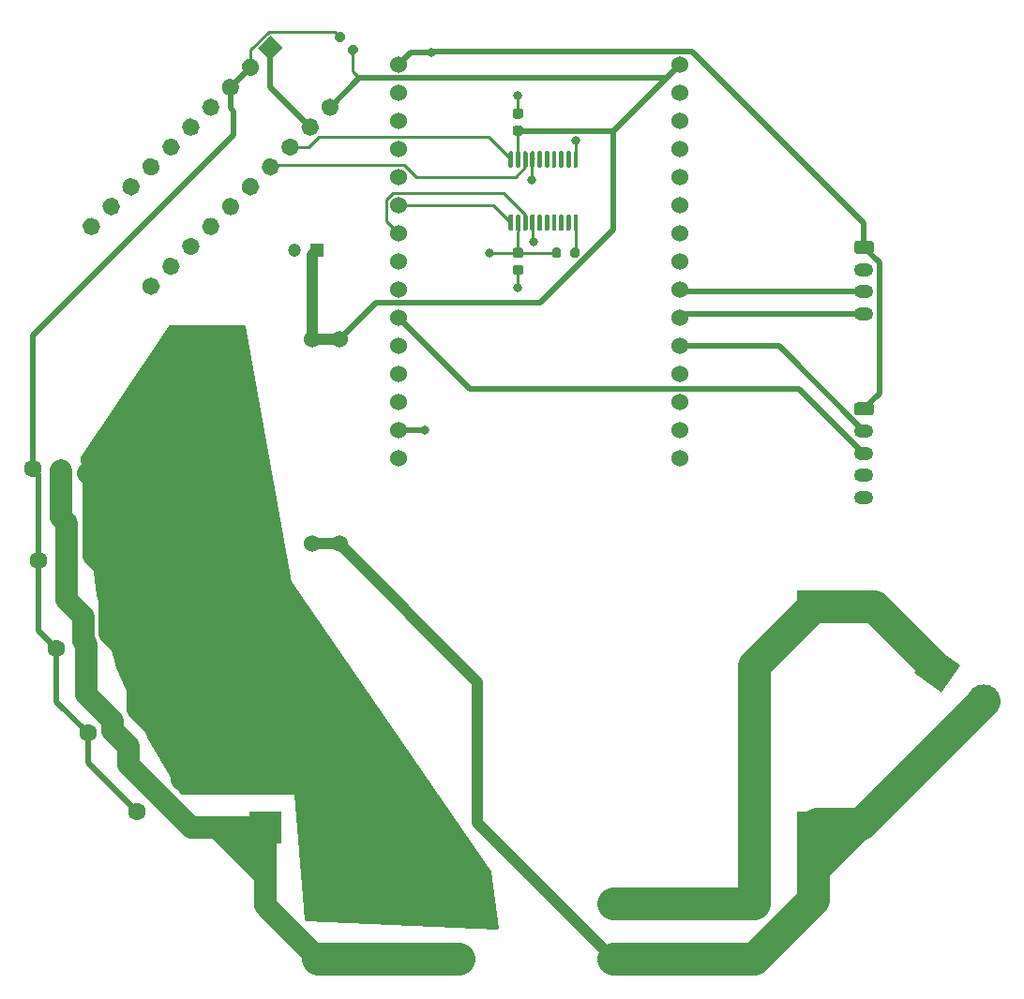
<source format=gtl>
%TF.GenerationSoftware,KiCad,Pcbnew,5.1.12*%
%TF.CreationDate,2021-12-20T13:43:48-07:00*%
%TF.ProjectId,claw,636c6177-2e6b-4696-9361-645f70636258,rev?*%
%TF.SameCoordinates,Original*%
%TF.FileFunction,Copper,L1,Top*%
%TF.FilePolarity,Positive*%
%FSLAX46Y46*%
G04 Gerber Fmt 4.6, Leading zero omitted, Abs format (unit mm)*
G04 Created by KiCad (PCBNEW 5.1.12) date 2021-12-20 13:43:48*
%MOMM*%
%LPD*%
G01*
G04 APERTURE LIST*
%TA.AperFunction,ComponentPad*%
%ADD10C,0.100000*%
%TD*%
%TA.AperFunction,ComponentPad*%
%ADD11C,1.524000*%
%TD*%
%TA.AperFunction,ComponentPad*%
%ADD12C,1.600000*%
%TD*%
%TA.AperFunction,ComponentPad*%
%ADD13R,3.000000X3.000000*%
%TD*%
%TA.AperFunction,ComponentPad*%
%ADD14R,2.000000X2.000000*%
%TD*%
%TA.AperFunction,ComponentPad*%
%ADD15C,2.000000*%
%TD*%
%TA.AperFunction,ComponentPad*%
%ADD16C,3.000000*%
%TD*%
%TA.AperFunction,ComponentPad*%
%ADD17R,1.200000X1.200000*%
%TD*%
%TA.AperFunction,ComponentPad*%
%ADD18C,1.200000*%
%TD*%
%TA.AperFunction,ComponentPad*%
%ADD19O,1.750000X1.200000*%
%TD*%
%TA.AperFunction,ViaPad*%
%ADD20C,0.800000*%
%TD*%
%TA.AperFunction,Conductor*%
%ADD21C,0.250000*%
%TD*%
%TA.AperFunction,Conductor*%
%ADD22C,0.500000*%
%TD*%
%TA.AperFunction,Conductor*%
%ADD23C,3.000000*%
%TD*%
%TA.AperFunction,Conductor*%
%ADD24C,2.000000*%
%TD*%
%TA.AperFunction,Conductor*%
%ADD25C,1.000000*%
%TD*%
%TA.AperFunction,Conductor*%
%ADD26C,0.254000*%
%TD*%
%TA.AperFunction,Conductor*%
%ADD27C,0.100000*%
%TD*%
G04 APERTURE END LIST*
%TO.P,C2,2*%
%TO.N,+5V*%
%TA.AperFunction,SMDPad,CuDef*%
G36*
G01*
X97794000Y-65857000D02*
X98294000Y-65857000D01*
G75*
G02*
X98519000Y-66082000I0J-225000D01*
G01*
X98519000Y-66532000D01*
G75*
G02*
X98294000Y-66757000I-225000J0D01*
G01*
X97794000Y-66757000D01*
G75*
G02*
X97569000Y-66532000I0J225000D01*
G01*
X97569000Y-66082000D01*
G75*
G02*
X97794000Y-65857000I225000J0D01*
G01*
G37*
%TD.AperFunction*%
%TO.P,C2,1*%
%TO.N,GND*%
%TA.AperFunction,SMDPad,CuDef*%
G36*
G01*
X97794000Y-64307000D02*
X98294000Y-64307000D01*
G75*
G02*
X98519000Y-64532000I0J-225000D01*
G01*
X98519000Y-64982000D01*
G75*
G02*
X98294000Y-65207000I-225000J0D01*
G01*
X97794000Y-65207000D01*
G75*
G02*
X97569000Y-64982000I0J225000D01*
G01*
X97569000Y-64532000D01*
G75*
G02*
X97794000Y-64307000I225000J0D01*
G01*
G37*
%TD.AperFunction*%
%TD*%
%TO.P,C1,1*%
%TO.N,+3V3*%
%TA.AperFunction,SMDPad,CuDef*%
G36*
G01*
X97794000Y-76880000D02*
X98294000Y-76880000D01*
G75*
G02*
X98519000Y-77105000I0J-225000D01*
G01*
X98519000Y-77555000D01*
G75*
G02*
X98294000Y-77780000I-225000J0D01*
G01*
X97794000Y-77780000D01*
G75*
G02*
X97569000Y-77555000I0J225000D01*
G01*
X97569000Y-77105000D01*
G75*
G02*
X97794000Y-76880000I225000J0D01*
G01*
G37*
%TD.AperFunction*%
%TO.P,C1,2*%
%TO.N,GND*%
%TA.AperFunction,SMDPad,CuDef*%
G36*
G01*
X97794000Y-78430000D02*
X98294000Y-78430000D01*
G75*
G02*
X98519000Y-78655000I0J-225000D01*
G01*
X98519000Y-79105000D01*
G75*
G02*
X98294000Y-79330000I-225000J0D01*
G01*
X97794000Y-79330000D01*
G75*
G02*
X97569000Y-79105000I0J225000D01*
G01*
X97569000Y-78655000D01*
G75*
G02*
X97794000Y-78430000I225000J0D01*
G01*
G37*
%TD.AperFunction*%
%TD*%
%TO.P,R1,2*%
%TO.N,Net-(R1-Pad2)*%
%TA.AperFunction,SMDPad,CuDef*%
G36*
G01*
X102787000Y-77618000D02*
X102787000Y-77068000D01*
G75*
G02*
X102987000Y-76868000I200000J0D01*
G01*
X103387000Y-76868000D01*
G75*
G02*
X103587000Y-77068000I0J-200000D01*
G01*
X103587000Y-77618000D01*
G75*
G02*
X103387000Y-77818000I-200000J0D01*
G01*
X102987000Y-77818000D01*
G75*
G02*
X102787000Y-77618000I0J200000D01*
G01*
G37*
%TD.AperFunction*%
%TO.P,R1,1*%
%TO.N,+3V3*%
%TA.AperFunction,SMDPad,CuDef*%
G36*
G01*
X101137000Y-77618000D02*
X101137000Y-77068000D01*
G75*
G02*
X101337000Y-76868000I200000J0D01*
G01*
X101737000Y-76868000D01*
G75*
G02*
X101937000Y-77068000I0J-200000D01*
G01*
X101937000Y-77618000D01*
G75*
G02*
X101737000Y-77818000I-200000J0D01*
G01*
X101337000Y-77818000D01*
G75*
G02*
X101137000Y-77618000I0J200000D01*
G01*
G37*
%TD.AperFunction*%
%TD*%
%TA.AperFunction,ComponentPad*%
D10*
%TO.P,U3,1*%
%TO.N,DIR_5V*%
G36*
X74560629Y-58801000D02*
G01*
X75692000Y-57669629D01*
X76823371Y-58801000D01*
X75692000Y-59932371D01*
X74560629Y-58801000D01*
G37*
%TD.AperFunction*%
%TO.P,U3,11*%
%TO.N,Net-(U3-Pad11)*%
%TA.AperFunction,ComponentPad*%
G36*
G01*
X64350008Y-79787930D02*
X64350008Y-79787930D01*
G75*
G02*
X65481378Y-79787930I565685J-565685D01*
G01*
X65481378Y-79787930D01*
G75*
G02*
X65481378Y-80919300I-565685J-565685D01*
G01*
X65481378Y-80919300D01*
G75*
G02*
X64350008Y-80919300I-565685J565685D01*
G01*
X64350008Y-80919300D01*
G75*
G02*
X64350008Y-79787930I565685J565685D01*
G01*
G37*
%TD.AperFunction*%
%TO.P,U3,2*%
%TO.N,MOTOR_SIGNAL*%
%TA.AperFunction,ComponentPad*%
G36*
G01*
X73330264Y-60031366D02*
X73330264Y-60031366D01*
G75*
G02*
X74461634Y-60031366I565685J-565685D01*
G01*
X74461634Y-60031366D01*
G75*
G02*
X74461634Y-61162736I-565685J-565685D01*
G01*
X74461634Y-61162736D01*
G75*
G02*
X73330264Y-61162736I-565685J565685D01*
G01*
X73330264Y-61162736D01*
G75*
G02*
X73330264Y-60031366I565685J565685D01*
G01*
G37*
%TD.AperFunction*%
%TO.P,U3,12*%
%TO.N,Net-(U3-Pad12)*%
%TA.AperFunction,ComponentPad*%
G36*
G01*
X66146059Y-77991878D02*
X66146059Y-77991878D01*
G75*
G02*
X67277429Y-77991878I565685J-565685D01*
G01*
X67277429Y-77991878D01*
G75*
G02*
X67277429Y-79123248I-565685J-565685D01*
G01*
X67277429Y-79123248D01*
G75*
G02*
X66146059Y-79123248I-565685J565685D01*
G01*
X66146059Y-79123248D01*
G75*
G02*
X66146059Y-77991878I565685J565685D01*
G01*
G37*
%TD.AperFunction*%
%TO.P,U3,3*%
%TO.N,MOTOR_SIGNAL*%
%TA.AperFunction,ComponentPad*%
G36*
G01*
X71534213Y-61827417D02*
X71534213Y-61827417D01*
G75*
G02*
X72665583Y-61827417I565685J-565685D01*
G01*
X72665583Y-61827417D01*
G75*
G02*
X72665583Y-62958787I-565685J-565685D01*
G01*
X72665583Y-62958787D01*
G75*
G02*
X71534213Y-62958787I-565685J565685D01*
G01*
X71534213Y-62958787D01*
G75*
G02*
X71534213Y-61827417I565685J565685D01*
G01*
G37*
%TD.AperFunction*%
%TO.P,U3,13*%
%TO.N,Net-(U3-Pad13)*%
%TA.AperFunction,ComponentPad*%
G36*
G01*
X67942110Y-76195827D02*
X67942110Y-76195827D01*
G75*
G02*
X69073480Y-76195827I565685J-565685D01*
G01*
X69073480Y-76195827D01*
G75*
G02*
X69073480Y-77327197I-565685J-565685D01*
G01*
X69073480Y-77327197D01*
G75*
G02*
X67942110Y-77327197I-565685J565685D01*
G01*
X67942110Y-77327197D01*
G75*
G02*
X67942110Y-76195827I565685J565685D01*
G01*
G37*
%TD.AperFunction*%
%TO.P,U3,4*%
%TO.N,Net-(U3-Pad4)*%
%TA.AperFunction,ComponentPad*%
G36*
G01*
X69738161Y-63623469D02*
X69738161Y-63623469D01*
G75*
G02*
X70869531Y-63623469I565685J-565685D01*
G01*
X70869531Y-63623469D01*
G75*
G02*
X70869531Y-64754839I-565685J-565685D01*
G01*
X70869531Y-64754839D01*
G75*
G02*
X69738161Y-64754839I-565685J565685D01*
G01*
X69738161Y-64754839D01*
G75*
G02*
X69738161Y-63623469I565685J565685D01*
G01*
G37*
%TD.AperFunction*%
%TO.P,U3,14*%
%TO.N,Net-(U3-Pad14)*%
%TA.AperFunction,ComponentPad*%
G36*
G01*
X69738161Y-74399776D02*
X69738161Y-74399776D01*
G75*
G02*
X70869531Y-74399776I565685J-565685D01*
G01*
X70869531Y-74399776D01*
G75*
G02*
X70869531Y-75531146I-565685J-565685D01*
G01*
X70869531Y-75531146D01*
G75*
G02*
X69738161Y-75531146I-565685J565685D01*
G01*
X69738161Y-75531146D01*
G75*
G02*
X69738161Y-74399776I565685J565685D01*
G01*
G37*
%TD.AperFunction*%
%TO.P,U3,5*%
%TO.N,Net-(U3-Pad5)*%
%TA.AperFunction,ComponentPad*%
G36*
G01*
X67942110Y-65419520D02*
X67942110Y-65419520D01*
G75*
G02*
X69073480Y-65419520I565685J-565685D01*
G01*
X69073480Y-65419520D01*
G75*
G02*
X69073480Y-66550890I-565685J-565685D01*
G01*
X69073480Y-66550890D01*
G75*
G02*
X67942110Y-66550890I-565685J565685D01*
G01*
X67942110Y-66550890D01*
G75*
G02*
X67942110Y-65419520I565685J565685D01*
G01*
G37*
%TD.AperFunction*%
%TO.P,U3,15*%
%TO.N,Net-(U3-Pad15)*%
%TA.AperFunction,ComponentPad*%
G36*
G01*
X71534213Y-72603725D02*
X71534213Y-72603725D01*
G75*
G02*
X72665583Y-72603725I565685J-565685D01*
G01*
X72665583Y-72603725D01*
G75*
G02*
X72665583Y-73735095I-565685J-565685D01*
G01*
X72665583Y-73735095D01*
G75*
G02*
X71534213Y-73735095I-565685J565685D01*
G01*
X71534213Y-73735095D01*
G75*
G02*
X71534213Y-72603725I565685J565685D01*
G01*
G37*
%TD.AperFunction*%
%TO.P,U3,6*%
%TO.N,Net-(U3-Pad6)*%
%TA.AperFunction,ComponentPad*%
G36*
G01*
X66146059Y-67215571D02*
X66146059Y-67215571D01*
G75*
G02*
X67277429Y-67215571I565685J-565685D01*
G01*
X67277429Y-67215571D01*
G75*
G02*
X67277429Y-68346941I-565685J-565685D01*
G01*
X67277429Y-68346941D01*
G75*
G02*
X66146059Y-68346941I-565685J565685D01*
G01*
X66146059Y-68346941D01*
G75*
G02*
X66146059Y-67215571I565685J565685D01*
G01*
G37*
%TD.AperFunction*%
%TO.P,U3,16*%
%TO.N,Net-(U3-Pad16)*%
%TA.AperFunction,ComponentPad*%
G36*
G01*
X73330264Y-70807674D02*
X73330264Y-70807674D01*
G75*
G02*
X74461634Y-70807674I565685J-565685D01*
G01*
X74461634Y-70807674D01*
G75*
G02*
X74461634Y-71939044I-565685J-565685D01*
G01*
X74461634Y-71939044D01*
G75*
G02*
X73330264Y-71939044I-565685J565685D01*
G01*
X73330264Y-71939044D01*
G75*
G02*
X73330264Y-70807674I565685J565685D01*
G01*
G37*
%TD.AperFunction*%
%TO.P,U3,7*%
%TO.N,Net-(U3-Pad7)*%
%TA.AperFunction,ComponentPad*%
G36*
G01*
X64350008Y-69011622D02*
X64350008Y-69011622D01*
G75*
G02*
X65481378Y-69011622I565685J-565685D01*
G01*
X65481378Y-69011622D01*
G75*
G02*
X65481378Y-70142992I-565685J-565685D01*
G01*
X65481378Y-70142992D01*
G75*
G02*
X64350008Y-70142992I-565685J565685D01*
G01*
X64350008Y-70142992D01*
G75*
G02*
X64350008Y-69011622I565685J565685D01*
G01*
G37*
%TD.AperFunction*%
%TO.P,U3,17*%
%TO.N,TX_5V*%
%TA.AperFunction,ComponentPad*%
G36*
G01*
X75126315Y-69011622D02*
X75126315Y-69011622D01*
G75*
G02*
X76257685Y-69011622I565685J-565685D01*
G01*
X76257685Y-69011622D01*
G75*
G02*
X76257685Y-70142992I-565685J-565685D01*
G01*
X76257685Y-70142992D01*
G75*
G02*
X75126315Y-70142992I-565685J565685D01*
G01*
X75126315Y-70142992D01*
G75*
G02*
X75126315Y-69011622I565685J565685D01*
G01*
G37*
%TD.AperFunction*%
%TO.P,U3,8*%
%TO.N,Net-(U3-Pad8)*%
%TA.AperFunction,ComponentPad*%
G36*
G01*
X62553956Y-70807674D02*
X62553956Y-70807674D01*
G75*
G02*
X63685326Y-70807674I565685J-565685D01*
G01*
X63685326Y-70807674D01*
G75*
G02*
X63685326Y-71939044I-565685J-565685D01*
G01*
X63685326Y-71939044D01*
G75*
G02*
X62553956Y-71939044I-565685J565685D01*
G01*
X62553956Y-71939044D01*
G75*
G02*
X62553956Y-70807674I565685J565685D01*
G01*
G37*
%TD.AperFunction*%
%TO.P,U3,18*%
%TO.N,RX_5V*%
%TA.AperFunction,ComponentPad*%
G36*
G01*
X76922366Y-67215571D02*
X76922366Y-67215571D01*
G75*
G02*
X78053736Y-67215571I565685J-565685D01*
G01*
X78053736Y-67215571D01*
G75*
G02*
X78053736Y-68346941I-565685J-565685D01*
G01*
X78053736Y-68346941D01*
G75*
G02*
X76922366Y-68346941I-565685J565685D01*
G01*
X76922366Y-68346941D01*
G75*
G02*
X76922366Y-67215571I565685J565685D01*
G01*
G37*
%TD.AperFunction*%
%TO.P,U3,9*%
%TO.N,Net-(U3-Pad9)*%
%TA.AperFunction,ComponentPad*%
G36*
G01*
X60757905Y-72603725D02*
X60757905Y-72603725D01*
G75*
G02*
X61889275Y-72603725I565685J-565685D01*
G01*
X61889275Y-72603725D01*
G75*
G02*
X61889275Y-73735095I-565685J-565685D01*
G01*
X61889275Y-73735095D01*
G75*
G02*
X60757905Y-73735095I-565685J565685D01*
G01*
X60757905Y-73735095D01*
G75*
G02*
X60757905Y-72603725I565685J565685D01*
G01*
G37*
%TD.AperFunction*%
%TO.P,U3,19*%
%TO.N,DIR_5V*%
%TA.AperFunction,ComponentPad*%
G36*
G01*
X78718417Y-65419520D02*
X78718417Y-65419520D01*
G75*
G02*
X79849787Y-65419520I565685J-565685D01*
G01*
X79849787Y-65419520D01*
G75*
G02*
X79849787Y-66550890I-565685J-565685D01*
G01*
X79849787Y-66550890D01*
G75*
G02*
X78718417Y-66550890I-565685J565685D01*
G01*
X78718417Y-66550890D01*
G75*
G02*
X78718417Y-65419520I565685J565685D01*
G01*
G37*
%TD.AperFunction*%
%TO.P,U3,10*%
%TO.N,GND*%
%TA.AperFunction,ComponentPad*%
G36*
G01*
X58961854Y-74399776D02*
X58961854Y-74399776D01*
G75*
G02*
X60093224Y-74399776I565685J-565685D01*
G01*
X60093224Y-74399776D01*
G75*
G02*
X60093224Y-75531146I-565685J-565685D01*
G01*
X60093224Y-75531146D01*
G75*
G02*
X58961854Y-75531146I-565685J565685D01*
G01*
X58961854Y-75531146D01*
G75*
G02*
X58961854Y-74399776I565685J565685D01*
G01*
G37*
%TD.AperFunction*%
%TO.P,U3,20*%
%TO.N,+5V*%
%TA.AperFunction,ComponentPad*%
G36*
G01*
X80514469Y-63623469D02*
X80514469Y-63623469D01*
G75*
G02*
X81645839Y-63623469I565685J-565685D01*
G01*
X81645839Y-63623469D01*
G75*
G02*
X81645839Y-64754839I-565685J-565685D01*
G01*
X81645839Y-64754839D01*
G75*
G02*
X80514469Y-64754839I-565685J565685D01*
G01*
X80514469Y-64754839D01*
G75*
G02*
X80514469Y-63623469I565685J565685D01*
G01*
G37*
%TD.AperFunction*%
%TD*%
D11*
%TO.P,U1,1*%
%TO.N,+3V3*%
X87249000Y-60325000D03*
%TO.P,U1,2*%
%TO.N,GND*%
X87249000Y-62865000D03*
%TO.P,U1,3*%
%TO.N,Net-(U1-Pad3)*%
X87249000Y-65405000D03*
%TO.P,U1,4*%
%TO.N,Net-(U1-Pad4)*%
X87249000Y-67945000D03*
%TO.P,U1,5*%
%TO.N,Net-(U1-Pad5)*%
X87249000Y-70485000D03*
%TO.P,U1,6*%
%TO.N,RX_3V3*%
X87249000Y-73025000D03*
%TO.P,U1,7*%
%TO.N,TX_3V3*%
X87249000Y-75565000D03*
%TO.P,U1,8*%
%TO.N,Net-(U1-Pad8)*%
X87249000Y-78105000D03*
%TO.P,U1,9*%
%TO.N,Net-(U1-Pad9)*%
X87249000Y-80645000D03*
%TO.P,U1,10*%
%TO.N,BUTTON*%
X87249000Y-83185000D03*
%TO.P,U1,11*%
%TO.N,Net-(U1-Pad11)*%
X87249000Y-85725000D03*
%TO.P,U1,12*%
%TO.N,Net-(U1-Pad12)*%
X87249000Y-88265000D03*
%TO.P,U1,13*%
%TO.N,Net-(U1-Pad13)*%
X87249000Y-90805000D03*
%TO.P,U1,14*%
%TO.N,DIR_3V3*%
X87249000Y-93345000D03*
%TO.P,U1,15*%
%TO.N,Net-(U1-Pad15)*%
X87249000Y-95885000D03*
%TO.P,U1,16*%
%TO.N,Net-(U1-Pad16)*%
X112649000Y-95885000D03*
%TO.P,U1,17*%
%TO.N,Net-(U1-Pad17)*%
X112649000Y-93345000D03*
%TO.P,U1,18*%
%TO.N,Net-(U1-Pad18)*%
X112649000Y-90805000D03*
%TO.P,U1,19*%
%TO.N,Net-(U1-Pad19)*%
X112649000Y-88265000D03*
%TO.P,U1,20*%
%TO.N,POT_Z*%
X112649000Y-85725000D03*
%TO.P,U1,21*%
%TO.N,POT_Y*%
X112649000Y-83185000D03*
%TO.P,U1,22*%
%TO.N,POT_X*%
X112649000Y-80645000D03*
%TO.P,U1,23*%
%TO.N,Net-(U1-Pad23)*%
X112649000Y-78105000D03*
%TO.P,U1,24*%
%TO.N,Net-(U1-Pad24)*%
X112649000Y-75565000D03*
%TO.P,U1,25*%
%TO.N,Net-(U1-Pad25)*%
X112649000Y-73025000D03*
%TO.P,U1,26*%
%TO.N,Net-(U1-Pad26)*%
X112649000Y-70485000D03*
%TO.P,U1,27*%
%TO.N,Net-(U1-Pad27)*%
X112649000Y-67945000D03*
%TO.P,U1,28*%
%TO.N,Net-(U1-Pad28)*%
X112649000Y-65405000D03*
%TO.P,U1,29*%
%TO.N,GND*%
X112649000Y-62865000D03*
%TO.P,U1,30*%
%TO.N,+5V*%
X112649000Y-60325000D03*
%TD*%
%TO.P,U2,1*%
%TO.N,RX_3V3*%
%TA.AperFunction,SMDPad,CuDef*%
G36*
G01*
X97505000Y-75355000D02*
X97305000Y-75355000D01*
G75*
G02*
X97205000Y-75255000I0J100000D01*
G01*
X97205000Y-73980000D01*
G75*
G02*
X97305000Y-73880000I100000J0D01*
G01*
X97505000Y-73880000D01*
G75*
G02*
X97605000Y-73980000I0J-100000D01*
G01*
X97605000Y-75255000D01*
G75*
G02*
X97505000Y-75355000I-100000J0D01*
G01*
G37*
%TD.AperFunction*%
%TO.P,U2,2*%
%TO.N,+3V3*%
%TA.AperFunction,SMDPad,CuDef*%
G36*
G01*
X98155000Y-75355000D02*
X97955000Y-75355000D01*
G75*
G02*
X97855000Y-75255000I0J100000D01*
G01*
X97855000Y-73980000D01*
G75*
G02*
X97955000Y-73880000I100000J0D01*
G01*
X98155000Y-73880000D01*
G75*
G02*
X98255000Y-73980000I0J-100000D01*
G01*
X98255000Y-75255000D01*
G75*
G02*
X98155000Y-75355000I-100000J0D01*
G01*
G37*
%TD.AperFunction*%
%TO.P,U2,3*%
%TO.N,TX_3V3*%
%TA.AperFunction,SMDPad,CuDef*%
G36*
G01*
X98805000Y-75355000D02*
X98605000Y-75355000D01*
G75*
G02*
X98505000Y-75255000I0J100000D01*
G01*
X98505000Y-73980000D01*
G75*
G02*
X98605000Y-73880000I100000J0D01*
G01*
X98805000Y-73880000D01*
G75*
G02*
X98905000Y-73980000I0J-100000D01*
G01*
X98905000Y-75255000D01*
G75*
G02*
X98805000Y-75355000I-100000J0D01*
G01*
G37*
%TD.AperFunction*%
%TO.P,U2,4*%
%TO.N,DIR_3V3*%
%TA.AperFunction,SMDPad,CuDef*%
G36*
G01*
X99455000Y-75355000D02*
X99255000Y-75355000D01*
G75*
G02*
X99155000Y-75255000I0J100000D01*
G01*
X99155000Y-73980000D01*
G75*
G02*
X99255000Y-73880000I100000J0D01*
G01*
X99455000Y-73880000D01*
G75*
G02*
X99555000Y-73980000I0J-100000D01*
G01*
X99555000Y-75255000D01*
G75*
G02*
X99455000Y-75355000I-100000J0D01*
G01*
G37*
%TD.AperFunction*%
%TO.P,U2,5*%
%TO.N,Net-(U2-Pad5)*%
%TA.AperFunction,SMDPad,CuDef*%
G36*
G01*
X100105000Y-75355000D02*
X99905000Y-75355000D01*
G75*
G02*
X99805000Y-75255000I0J100000D01*
G01*
X99805000Y-73980000D01*
G75*
G02*
X99905000Y-73880000I100000J0D01*
G01*
X100105000Y-73880000D01*
G75*
G02*
X100205000Y-73980000I0J-100000D01*
G01*
X100205000Y-75255000D01*
G75*
G02*
X100105000Y-75355000I-100000J0D01*
G01*
G37*
%TD.AperFunction*%
%TO.P,U2,6*%
%TO.N,Net-(U2-Pad6)*%
%TA.AperFunction,SMDPad,CuDef*%
G36*
G01*
X100755000Y-75355000D02*
X100555000Y-75355000D01*
G75*
G02*
X100455000Y-75255000I0J100000D01*
G01*
X100455000Y-73980000D01*
G75*
G02*
X100555000Y-73880000I100000J0D01*
G01*
X100755000Y-73880000D01*
G75*
G02*
X100855000Y-73980000I0J-100000D01*
G01*
X100855000Y-75255000D01*
G75*
G02*
X100755000Y-75355000I-100000J0D01*
G01*
G37*
%TD.AperFunction*%
%TO.P,U2,7*%
%TO.N,Net-(U2-Pad7)*%
%TA.AperFunction,SMDPad,CuDef*%
G36*
G01*
X101405000Y-75355000D02*
X101205000Y-75355000D01*
G75*
G02*
X101105000Y-75255000I0J100000D01*
G01*
X101105000Y-73980000D01*
G75*
G02*
X101205000Y-73880000I100000J0D01*
G01*
X101405000Y-73880000D01*
G75*
G02*
X101505000Y-73980000I0J-100000D01*
G01*
X101505000Y-75255000D01*
G75*
G02*
X101405000Y-75355000I-100000J0D01*
G01*
G37*
%TD.AperFunction*%
%TO.P,U2,8*%
%TO.N,Net-(U2-Pad8)*%
%TA.AperFunction,SMDPad,CuDef*%
G36*
G01*
X102055000Y-75355000D02*
X101855000Y-75355000D01*
G75*
G02*
X101755000Y-75255000I0J100000D01*
G01*
X101755000Y-73980000D01*
G75*
G02*
X101855000Y-73880000I100000J0D01*
G01*
X102055000Y-73880000D01*
G75*
G02*
X102155000Y-73980000I0J-100000D01*
G01*
X102155000Y-75255000D01*
G75*
G02*
X102055000Y-75355000I-100000J0D01*
G01*
G37*
%TD.AperFunction*%
%TO.P,U2,9*%
%TO.N,Net-(U2-Pad9)*%
%TA.AperFunction,SMDPad,CuDef*%
G36*
G01*
X102705000Y-75355000D02*
X102505000Y-75355000D01*
G75*
G02*
X102405000Y-75255000I0J100000D01*
G01*
X102405000Y-73980000D01*
G75*
G02*
X102505000Y-73880000I100000J0D01*
G01*
X102705000Y-73880000D01*
G75*
G02*
X102805000Y-73980000I0J-100000D01*
G01*
X102805000Y-75255000D01*
G75*
G02*
X102705000Y-75355000I-100000J0D01*
G01*
G37*
%TD.AperFunction*%
%TO.P,U2,10*%
%TO.N,Net-(R1-Pad2)*%
%TA.AperFunction,SMDPad,CuDef*%
G36*
G01*
X103355000Y-75355000D02*
X103155000Y-75355000D01*
G75*
G02*
X103055000Y-75255000I0J100000D01*
G01*
X103055000Y-73980000D01*
G75*
G02*
X103155000Y-73880000I100000J0D01*
G01*
X103355000Y-73880000D01*
G75*
G02*
X103455000Y-73980000I0J-100000D01*
G01*
X103455000Y-75255000D01*
G75*
G02*
X103355000Y-75355000I-100000J0D01*
G01*
G37*
%TD.AperFunction*%
%TO.P,U2,11*%
%TO.N,GND*%
%TA.AperFunction,SMDPad,CuDef*%
G36*
G01*
X103355000Y-69630000D02*
X103155000Y-69630000D01*
G75*
G02*
X103055000Y-69530000I0J100000D01*
G01*
X103055000Y-68255000D01*
G75*
G02*
X103155000Y-68155000I100000J0D01*
G01*
X103355000Y-68155000D01*
G75*
G02*
X103455000Y-68255000I0J-100000D01*
G01*
X103455000Y-69530000D01*
G75*
G02*
X103355000Y-69630000I-100000J0D01*
G01*
G37*
%TD.AperFunction*%
%TO.P,U2,12*%
%TO.N,Net-(U2-Pad12)*%
%TA.AperFunction,SMDPad,CuDef*%
G36*
G01*
X102705000Y-69630000D02*
X102505000Y-69630000D01*
G75*
G02*
X102405000Y-69530000I0J100000D01*
G01*
X102405000Y-68255000D01*
G75*
G02*
X102505000Y-68155000I100000J0D01*
G01*
X102705000Y-68155000D01*
G75*
G02*
X102805000Y-68255000I0J-100000D01*
G01*
X102805000Y-69530000D01*
G75*
G02*
X102705000Y-69630000I-100000J0D01*
G01*
G37*
%TD.AperFunction*%
%TO.P,U2,13*%
%TO.N,Net-(U2-Pad13)*%
%TA.AperFunction,SMDPad,CuDef*%
G36*
G01*
X102055000Y-69630000D02*
X101855000Y-69630000D01*
G75*
G02*
X101755000Y-69530000I0J100000D01*
G01*
X101755000Y-68255000D01*
G75*
G02*
X101855000Y-68155000I100000J0D01*
G01*
X102055000Y-68155000D01*
G75*
G02*
X102155000Y-68255000I0J-100000D01*
G01*
X102155000Y-69530000D01*
G75*
G02*
X102055000Y-69630000I-100000J0D01*
G01*
G37*
%TD.AperFunction*%
%TO.P,U2,14*%
%TO.N,Net-(U2-Pad14)*%
%TA.AperFunction,SMDPad,CuDef*%
G36*
G01*
X101405000Y-69630000D02*
X101205000Y-69630000D01*
G75*
G02*
X101105000Y-69530000I0J100000D01*
G01*
X101105000Y-68255000D01*
G75*
G02*
X101205000Y-68155000I100000J0D01*
G01*
X101405000Y-68155000D01*
G75*
G02*
X101505000Y-68255000I0J-100000D01*
G01*
X101505000Y-69530000D01*
G75*
G02*
X101405000Y-69630000I-100000J0D01*
G01*
G37*
%TD.AperFunction*%
%TO.P,U2,15*%
%TO.N,Net-(U2-Pad15)*%
%TA.AperFunction,SMDPad,CuDef*%
G36*
G01*
X100755000Y-69630000D02*
X100555000Y-69630000D01*
G75*
G02*
X100455000Y-69530000I0J100000D01*
G01*
X100455000Y-68255000D01*
G75*
G02*
X100555000Y-68155000I100000J0D01*
G01*
X100755000Y-68155000D01*
G75*
G02*
X100855000Y-68255000I0J-100000D01*
G01*
X100855000Y-69530000D01*
G75*
G02*
X100755000Y-69630000I-100000J0D01*
G01*
G37*
%TD.AperFunction*%
%TO.P,U2,16*%
%TO.N,Net-(U2-Pad16)*%
%TA.AperFunction,SMDPad,CuDef*%
G36*
G01*
X100105000Y-69630000D02*
X99905000Y-69630000D01*
G75*
G02*
X99805000Y-69530000I0J100000D01*
G01*
X99805000Y-68255000D01*
G75*
G02*
X99905000Y-68155000I100000J0D01*
G01*
X100105000Y-68155000D01*
G75*
G02*
X100205000Y-68255000I0J-100000D01*
G01*
X100205000Y-69530000D01*
G75*
G02*
X100105000Y-69630000I-100000J0D01*
G01*
G37*
%TD.AperFunction*%
%TO.P,U2,17*%
%TO.N,DIR_5V*%
%TA.AperFunction,SMDPad,CuDef*%
G36*
G01*
X99455000Y-69630000D02*
X99255000Y-69630000D01*
G75*
G02*
X99155000Y-69530000I0J100000D01*
G01*
X99155000Y-68255000D01*
G75*
G02*
X99255000Y-68155000I100000J0D01*
G01*
X99455000Y-68155000D01*
G75*
G02*
X99555000Y-68255000I0J-100000D01*
G01*
X99555000Y-69530000D01*
G75*
G02*
X99455000Y-69630000I-100000J0D01*
G01*
G37*
%TD.AperFunction*%
%TO.P,U2,18*%
%TO.N,TX_5V*%
%TA.AperFunction,SMDPad,CuDef*%
G36*
G01*
X98805000Y-69630000D02*
X98605000Y-69630000D01*
G75*
G02*
X98505000Y-69530000I0J100000D01*
G01*
X98505000Y-68255000D01*
G75*
G02*
X98605000Y-68155000I100000J0D01*
G01*
X98805000Y-68155000D01*
G75*
G02*
X98905000Y-68255000I0J-100000D01*
G01*
X98905000Y-69530000D01*
G75*
G02*
X98805000Y-69630000I-100000J0D01*
G01*
G37*
%TD.AperFunction*%
%TO.P,U2,19*%
%TO.N,+5V*%
%TA.AperFunction,SMDPad,CuDef*%
G36*
G01*
X98155000Y-69630000D02*
X97955000Y-69630000D01*
G75*
G02*
X97855000Y-69530000I0J100000D01*
G01*
X97855000Y-68255000D01*
G75*
G02*
X97955000Y-68155000I100000J0D01*
G01*
X98155000Y-68155000D01*
G75*
G02*
X98255000Y-68255000I0J-100000D01*
G01*
X98255000Y-69530000D01*
G75*
G02*
X98155000Y-69630000I-100000J0D01*
G01*
G37*
%TD.AperFunction*%
%TO.P,U2,20*%
%TO.N,RX_5V*%
%TA.AperFunction,SMDPad,CuDef*%
G36*
G01*
X97505000Y-69630000D02*
X97305000Y-69630000D01*
G75*
G02*
X97205000Y-69530000I0J100000D01*
G01*
X97205000Y-68255000D01*
G75*
G02*
X97305000Y-68155000I100000J0D01*
G01*
X97505000Y-68155000D01*
G75*
G02*
X97605000Y-68255000I0J-100000D01*
G01*
X97605000Y-69530000D01*
G75*
G02*
X97505000Y-69630000I-100000J0D01*
G01*
G37*
%TD.AperFunction*%
%TD*%
%TO.P,R2,1*%
%TO.N,+5V*%
%TA.AperFunction,SMDPad,CuDef*%
G36*
G01*
X83610660Y-59091751D02*
X83221751Y-59480660D01*
G75*
G02*
X82938909Y-59480660I-141421J141421D01*
G01*
X82656066Y-59197817D01*
G75*
G02*
X82656066Y-58914975I141421J141421D01*
G01*
X83044975Y-58526066D01*
G75*
G02*
X83327817Y-58526066I141421J-141421D01*
G01*
X83610660Y-58808909D01*
G75*
G02*
X83610660Y-59091751I-141421J-141421D01*
G01*
G37*
%TD.AperFunction*%
%TO.P,R2,2*%
%TO.N,MOTOR_SIGNAL*%
%TA.AperFunction,SMDPad,CuDef*%
G36*
G01*
X82443934Y-57925025D02*
X82055025Y-58313934D01*
G75*
G02*
X81772183Y-58313934I-141421J141421D01*
G01*
X81489340Y-58031091D01*
G75*
G02*
X81489340Y-57748249I141421J141421D01*
G01*
X81878249Y-57359340D01*
G75*
G02*
X82161091Y-57359340I141421J-141421D01*
G01*
X82443934Y-57642183D01*
G75*
G02*
X82443934Y-57925025I-141421J-141421D01*
G01*
G37*
%TD.AperFunction*%
%TD*%
D12*
%TO.P,J1,1*%
%TO.N,GND*%
X67706880Y-124931059D03*
%TO.P,J1,2*%
%TO.N,+8V*%
X65659000Y-126365000D03*
%TO.P,J1,3*%
%TO.N,MOTOR_SIGNAL*%
X63611120Y-127798941D03*
%TD*%
%TO.P,J2,3*%
%TO.N,MOTOR_SIGNAL*%
X59202231Y-120690546D03*
%TO.P,J2,2*%
%TO.N,+8V*%
X61468000Y-119634000D03*
%TO.P,J2,1*%
%TO.N,GND*%
X63733769Y-118577454D03*
%TD*%
%TO.P,J3,1*%
%TO.N,GND*%
X61215815Y-111747952D03*
%TO.P,J3,2*%
%TO.N,+8V*%
X58801000Y-112395000D03*
%TO.P,J3,3*%
%TO.N,MOTOR_SIGNAL*%
X56386185Y-113042048D03*
%TD*%
%TO.P,J4,3*%
%TO.N,MOTOR_SIGNAL*%
X54786513Y-105119889D03*
%TO.P,J4,2*%
%TO.N,+8V*%
X57277000Y-104902000D03*
%TO.P,J4,1*%
%TO.N,GND*%
X59767487Y-104684111D03*
%TD*%
%TO.P,J5,1*%
%TO.N,GND*%
X59259487Y-97245889D03*
%TO.P,J5,2*%
%TO.N,+8V*%
X56769000Y-97028000D03*
%TO.P,J5,3*%
%TO.N,MOTOR_SIGNAL*%
X54278513Y-96810111D03*
%TD*%
D11*
%TO.P,A1,1*%
%TO.N,GND*%
X67945000Y-103632000D03*
X70485000Y-103632000D03*
%TO.P,A1,4*%
%TO.N,+12V*%
X79445000Y-103632000D03*
X81945000Y-103632000D03*
%TO.P,A1,2*%
%TO.N,GND*%
X67945000Y-85132000D03*
%TO.P,A1,3*%
%TO.N,+5V*%
X81945000Y-85132000D03*
%TO.P,A1,2*%
%TO.N,GND*%
X70485000Y-85132000D03*
%TO.P,A1,3*%
%TO.N,+5V*%
X79445000Y-85132000D03*
%TD*%
D13*
%TO.P,A2,4*%
%TO.N,+12V*%
X124699000Y-129253000D03*
%TO.P,A2,3*%
%TO.N,+8V*%
X75199000Y-129253000D03*
%TO.P,A2,1*%
%TO.N,GND*%
X124699000Y-109253000D03*
%TO.P,A2,2*%
X75199000Y-109253000D03*
%TD*%
D14*
%TO.P,C3,1*%
%TO.N,+8V*%
X80010000Y-141097000D03*
D15*
%TO.P,C3,2*%
%TO.N,GND*%
X80010000Y-136097000D03*
%TD*%
%TO.P,C4,2*%
%TO.N,GND*%
X92710000Y-136097000D03*
D14*
%TO.P,C4,1*%
%TO.N,+8V*%
X92710000Y-141097000D03*
%TD*%
%TO.P,C5,1*%
%TO.N,+12V*%
X106680000Y-141097000D03*
D15*
%TO.P,C5,2*%
%TO.N,GND*%
X106680000Y-136097000D03*
%TD*%
%TO.P,C6,2*%
%TO.N,GND*%
X119380000Y-136097000D03*
D14*
%TO.P,C6,1*%
%TO.N,+12V*%
X119380000Y-141097000D03*
%TD*%
%TA.AperFunction,ComponentPad*%
D10*
%TO.P,J6,1*%
%TO.N,GND*%
G36*
X133800907Y-115303363D02*
G01*
X135521637Y-112845907D01*
X137979093Y-114566637D01*
X136258363Y-117024093D01*
X133800907Y-115303363D01*
G37*
%TD.AperFunction*%
D16*
%TO.P,J6,2*%
%TO.N,+12V*%
X140051292Y-117848768D03*
%TD*%
D17*
%TO.P,C7,1*%
%TO.N,+5V*%
X79883000Y-77089000D03*
D18*
%TO.P,C7,2*%
%TO.N,GND*%
X77883000Y-77089000D03*
%TD*%
%TO.P,J7,1*%
%TO.N,+3V3*%
%TA.AperFunction,ComponentPad*%
G36*
G01*
X128660999Y-76235000D02*
X129911001Y-76235000D01*
G75*
G02*
X130161000Y-76484999I0J-249999D01*
G01*
X130161000Y-77185001D01*
G75*
G02*
X129911001Y-77435000I-249999J0D01*
G01*
X128660999Y-77435000D01*
G75*
G02*
X128411000Y-77185001I0J249999D01*
G01*
X128411000Y-76484999D01*
G75*
G02*
X128660999Y-76235000I249999J0D01*
G01*
G37*
%TD.AperFunction*%
D19*
%TO.P,J7,2*%
%TO.N,GND*%
X129286000Y-78835000D03*
%TO.P,J7,3*%
%TO.N,POT_X*%
X129286000Y-80835000D03*
%TO.P,J7,4*%
%TO.N,POT_Y*%
X129286000Y-82835000D03*
%TD*%
%TO.P,J8,1*%
%TO.N,+3V3*%
%TA.AperFunction,ComponentPad*%
G36*
G01*
X128660999Y-90840000D02*
X129911001Y-90840000D01*
G75*
G02*
X130161000Y-91089999I0J-249999D01*
G01*
X130161000Y-91790001D01*
G75*
G02*
X129911001Y-92040000I-249999J0D01*
G01*
X128660999Y-92040000D01*
G75*
G02*
X128411000Y-91790001I0J249999D01*
G01*
X128411000Y-91089999D01*
G75*
G02*
X128660999Y-90840000I249999J0D01*
G01*
G37*
%TD.AperFunction*%
%TO.P,J8,2*%
%TO.N,POT_Z*%
X129286000Y-93440000D03*
%TO.P,J8,3*%
%TO.N,BUTTON*%
X129286000Y-95440000D03*
%TO.P,J8,4*%
%TO.N,GND*%
X129286000Y-97440000D03*
%TO.P,J8,5*%
X129286000Y-99440000D03*
%TD*%
D20*
%TO.N,+3V3*%
X95504000Y-77343000D03*
X90241001Y-59237999D03*
%TO.N,DIR_3V3*%
X89662000Y-93345000D03*
X99441000Y-76327000D03*
%TO.N,GND*%
X98044000Y-63119000D03*
X103251000Y-67183000D03*
X98044000Y-80518000D03*
%TO.N,DIR_5V*%
X99314000Y-70739000D03*
%TD*%
D21*
%TO.N,+3V3*%
X98044000Y-75366000D02*
X98044000Y-77330000D01*
X98055000Y-75355000D02*
X98044000Y-75366000D01*
X98055000Y-74617500D02*
X98055000Y-75355000D01*
X101524000Y-77330000D02*
X101537000Y-77343000D01*
X98044000Y-77330000D02*
X101524000Y-77330000D01*
X95517000Y-77330000D02*
X95504000Y-77343000D01*
X98044000Y-77330000D02*
X95517000Y-77330000D01*
D22*
X113722999Y-59112999D02*
X90366001Y-59112999D01*
X90366001Y-59112999D02*
X90241001Y-59237999D01*
X88336001Y-59237999D02*
X87249000Y-60325000D01*
X90241001Y-59237999D02*
X88336001Y-59237999D01*
X129286000Y-76835000D02*
X130683000Y-78232000D01*
X130683000Y-90043000D02*
X129286000Y-91440000D01*
X130683000Y-78232000D02*
X130683000Y-90043000D01*
X129286000Y-74676000D02*
X129286000Y-76835000D01*
X113722999Y-59112999D02*
X129286000Y-74676000D01*
D21*
%TO.N,RX_3V3*%
X95812500Y-73025000D02*
X97405000Y-74617500D01*
X87249000Y-73025000D02*
X95812500Y-73025000D01*
%TO.N,TX_3V3*%
X96762999Y-71937999D02*
X98705000Y-73880000D01*
X86727239Y-71937999D02*
X96762999Y-71937999D01*
X98705000Y-73880000D02*
X98705000Y-74617500D01*
X86161999Y-72503239D02*
X86727239Y-71937999D01*
X86161999Y-74477999D02*
X86161999Y-72503239D01*
X87249000Y-75565000D02*
X86161999Y-74477999D01*
%TO.N,DIR_3V3*%
X99355000Y-76241000D02*
X99441000Y-76327000D01*
X99355000Y-74617500D02*
X99355000Y-76241000D01*
D22*
X87249000Y-93345000D02*
X89662000Y-93345000D01*
D21*
%TO.N,GND*%
X103251000Y-68888500D02*
X103255000Y-68892500D01*
X103251000Y-67183000D02*
X103251000Y-68888500D01*
X98044000Y-78880000D02*
X98044000Y-80518000D01*
X98044000Y-63119000D02*
X98044000Y-64757000D01*
D23*
X106680000Y-136097000D02*
X119380000Y-136097000D01*
X119380000Y-114572000D02*
X124699000Y-109253000D01*
X119380000Y-136097000D02*
X119380000Y-114572000D01*
X130208000Y-109253000D02*
X135890000Y-114935000D01*
X124699000Y-109253000D02*
X130208000Y-109253000D01*
D24*
X59767487Y-97753889D02*
X59767487Y-104684111D01*
X59259487Y-97245889D02*
X59767487Y-97753889D01*
X61215815Y-106132439D02*
X61215815Y-111747952D01*
X59767487Y-104684111D02*
X61215815Y-106132439D01*
X63733769Y-114265906D02*
X61215815Y-111747952D01*
X63733769Y-118577454D02*
X63733769Y-114265906D01*
X67706880Y-122550565D02*
X67706880Y-124931059D01*
X63733769Y-118577454D02*
X67706880Y-122550565D01*
D22*
%TO.N,DIR_5V*%
X75692000Y-62393103D02*
X79284102Y-65985205D01*
X75692000Y-58801000D02*
X75692000Y-62393103D01*
D21*
X99382500Y-68892500D02*
X99479990Y-68795010D01*
X99355000Y-68892500D02*
X99382500Y-68892500D01*
X99314000Y-68933500D02*
X99355000Y-68892500D01*
X99314000Y-70739000D02*
X99314000Y-68933500D01*
%TO.N,TX_5V*%
X75871308Y-69397999D02*
X75692000Y-69577307D01*
X87770761Y-69397999D02*
X75871308Y-69397999D01*
X88857762Y-70485000D02*
X87770761Y-69397999D01*
X97801058Y-70485000D02*
X88857762Y-70485000D01*
X98705000Y-69581058D02*
X97801058Y-70485000D01*
X98705000Y-68892500D02*
X98705000Y-69581058D01*
%TO.N,RX_5V*%
X97405000Y-68892500D02*
X95370499Y-66857999D01*
X79153053Y-67781256D02*
X77488051Y-67781256D01*
X80076310Y-66857999D02*
X79153053Y-67781256D01*
X95370499Y-66857999D02*
X80076310Y-66857999D01*
%TO.N,+5V*%
X98044000Y-68881500D02*
X98055000Y-68892500D01*
X98044000Y-66307000D02*
X98044000Y-68881500D01*
D25*
X79445000Y-85132000D02*
X81945000Y-85132000D01*
X79445000Y-77527000D02*
X79883000Y-77089000D01*
X79445000Y-85132000D02*
X79445000Y-77527000D01*
D22*
X106667000Y-66307000D02*
X112649000Y-60325000D01*
X98044000Y-66307000D02*
X106667000Y-66307000D01*
X106667000Y-75257254D02*
X106667000Y-66307000D01*
X100067253Y-81857001D02*
X106667000Y-75257254D01*
X85219999Y-81857001D02*
X100067253Y-81857001D01*
X81945000Y-85132000D02*
X85219999Y-81857001D01*
X111436999Y-61537001D02*
X112649000Y-60325000D01*
X83732307Y-61537001D02*
X111436999Y-61537001D01*
X81080154Y-64189154D02*
X83732307Y-61537001D01*
D21*
X83133363Y-60938057D02*
X83732307Y-61537001D01*
X83133363Y-59003363D02*
X83133363Y-60938057D01*
D22*
%TO.N,MOTOR_SIGNAL*%
X59202231Y-123390052D02*
X59202231Y-120690546D01*
X63611120Y-127798941D02*
X59202231Y-123390052D01*
X56386185Y-117874500D02*
X56386185Y-113042048D01*
X59202231Y-120690546D02*
X56386185Y-117874500D01*
X54786513Y-111442376D02*
X54786513Y-105119889D01*
X56386185Y-113042048D02*
X54786513Y-111442376D01*
X54786513Y-97318111D02*
X54278513Y-96810111D01*
X54786513Y-105119889D02*
X54786513Y-97318111D01*
X73895949Y-60597051D02*
X72099898Y-62393102D01*
X72099898Y-64243104D02*
X72390000Y-64533206D01*
X72099898Y-62393102D02*
X72099898Y-64243104D01*
X72390000Y-64533206D02*
X72390000Y-66675000D01*
X54278513Y-84786487D02*
X54278513Y-96810111D01*
X72390000Y-66675000D02*
X54278513Y-84786487D01*
D21*
X73895949Y-59006045D02*
X73895949Y-60597051D01*
X75557375Y-57344619D02*
X73895949Y-59006045D01*
X81474619Y-57344619D02*
X75557375Y-57344619D01*
X81966637Y-57836637D02*
X81474619Y-57344619D01*
%TO.N,Net-(R1-Pad2)*%
X103255000Y-77275000D02*
X103187000Y-77343000D01*
X103255000Y-74617500D02*
X103255000Y-77275000D01*
D23*
%TO.N,+8V*%
X92710000Y-141097000D02*
X80010000Y-141097000D01*
D24*
X68547000Y-129253000D02*
X75199000Y-129253000D01*
X65659000Y-126365000D02*
X68547000Y-129253000D01*
X75199000Y-136286000D02*
X80010000Y-141097000D01*
X72006000Y-129253000D02*
X75199000Y-132446000D01*
X75199000Y-129253000D02*
X75199000Y-132446000D01*
X70833000Y-129253000D02*
X75199000Y-133619000D01*
X70137000Y-129253000D02*
X70833000Y-129253000D01*
X75199000Y-133619000D02*
X75199000Y-136286000D01*
X75199000Y-132446000D02*
X75199000Y-133619000D01*
X68547000Y-129253000D02*
X70137000Y-129253000D01*
X70137000Y-129253000D02*
X72006000Y-129253000D01*
X65659000Y-126365000D02*
X62865000Y-123571000D01*
X62865000Y-123571000D02*
X62865000Y-121920000D01*
X61468000Y-120523000D02*
X61468000Y-119634000D01*
X62865000Y-121920000D02*
X61468000Y-120523000D01*
X61468000Y-119634000D02*
X59055000Y-117221000D01*
X59055000Y-112649000D02*
X58801000Y-112395000D01*
X59055000Y-117221000D02*
X59055000Y-112649000D01*
X58801000Y-112395000D02*
X58801000Y-110236000D01*
X57277000Y-108712000D02*
X57277000Y-104902000D01*
X58801000Y-110236000D02*
X57277000Y-108712000D01*
X57277000Y-104902000D02*
X57277000Y-101727000D01*
X56769000Y-101219000D02*
X56769000Y-97028000D01*
X57277000Y-101727000D02*
X56769000Y-101219000D01*
D23*
%TO.N,+12V*%
X140051292Y-117848768D02*
X128995060Y-128905000D01*
D21*
X125047000Y-128905000D02*
X124699000Y-129253000D01*
D23*
X128995060Y-128905000D02*
X125047000Y-128905000D01*
X119380000Y-141097000D02*
X124699000Y-135778000D01*
X119380000Y-141097000D02*
X106680000Y-141097000D01*
X128748000Y-128905000D02*
X124699000Y-132954000D01*
X128995060Y-128905000D02*
X128748000Y-128905000D01*
X124699000Y-132954000D02*
X124699000Y-129253000D01*
X124699000Y-135778000D02*
X124699000Y-132954000D01*
D25*
X79445000Y-103632000D02*
X81945000Y-103632000D01*
X94410001Y-128827001D02*
X106680000Y-141097000D01*
X94410001Y-116097001D02*
X94410001Y-128827001D01*
X81945000Y-103632000D02*
X94410001Y-116097001D01*
D22*
%TO.N,POT_X*%
X112839000Y-80835000D02*
X112649000Y-80645000D01*
X129286000Y-80835000D02*
X112839000Y-80835000D01*
%TO.N,POT_Y*%
X112999000Y-82835000D02*
X112649000Y-83185000D01*
X129286000Y-82835000D02*
X112999000Y-82835000D01*
%TO.N,POT_Z*%
X129286000Y-93404966D02*
X129286000Y-93440000D01*
X121606034Y-85725000D02*
X129286000Y-93404966D01*
X112649000Y-85725000D02*
X121606034Y-85725000D01*
%TO.N,BUTTON*%
X93656999Y-89592999D02*
X87249000Y-83185000D01*
X123438999Y-89592999D02*
X129286000Y-95440000D01*
X93656999Y-89592999D02*
X123438999Y-89592999D01*
%TD*%
D26*
%TO.N,GND*%
X77472016Y-107083538D02*
X77478814Y-107107488D01*
X77492436Y-107133078D01*
X95508714Y-133269368D01*
X96121792Y-138296610D01*
X78857896Y-137546006D01*
X77977618Y-126228152D01*
X77973263Y-126203639D01*
X77964211Y-126180447D01*
X77950807Y-126159467D01*
X77933569Y-126141504D01*
X77913157Y-126127250D01*
X77890356Y-126117252D01*
X77866043Y-126111894D01*
X77851000Y-126111000D01*
X67717238Y-126111000D01*
X67520541Y-125914303D01*
X64755923Y-121226472D01*
X61841974Y-114765106D01*
X60068893Y-108179377D01*
X59054315Y-100189577D01*
X58677348Y-95791627D01*
X66615768Y-83947000D01*
X73299853Y-83947000D01*
X77472016Y-107083538D01*
%TA.AperFunction,Conductor*%
D27*
G36*
X77472016Y-107083538D02*
G01*
X77478814Y-107107488D01*
X77492436Y-107133078D01*
X95508714Y-133269368D01*
X96121792Y-138296610D01*
X78857896Y-137546006D01*
X77977618Y-126228152D01*
X77973263Y-126203639D01*
X77964211Y-126180447D01*
X77950807Y-126159467D01*
X77933569Y-126141504D01*
X77913157Y-126127250D01*
X77890356Y-126117252D01*
X77866043Y-126111894D01*
X77851000Y-126111000D01*
X67717238Y-126111000D01*
X67520541Y-125914303D01*
X64755923Y-121226472D01*
X61841974Y-114765106D01*
X60068893Y-108179377D01*
X59054315Y-100189577D01*
X58677348Y-95791627D01*
X66615768Y-83947000D01*
X73299853Y-83947000D01*
X77472016Y-107083538D01*
G37*
%TD.AperFunction*%
%TD*%
M02*

</source>
